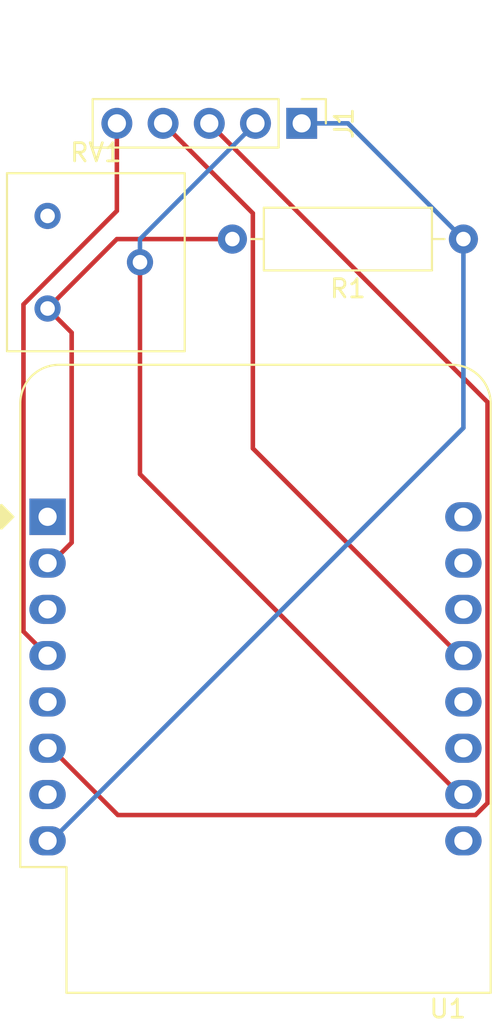
<source format=kicad_pcb>
(kicad_pcb (version 20171130) (host pcbnew 5.1.4-e60b266~84~ubuntu18.04.1)

  (general
    (thickness 1.6)
    (drawings 0)
    (tracks 33)
    (zones 0)
    (modules 4)
    (nets 18)
  )

  (page A4)
  (layers
    (0 F.Cu signal)
    (31 B.Cu signal)
    (32 B.Adhes user)
    (33 F.Adhes user)
    (34 B.Paste user)
    (35 F.Paste user)
    (36 B.SilkS user)
    (37 F.SilkS user)
    (38 B.Mask user)
    (39 F.Mask user)
    (40 Dwgs.User user)
    (41 Cmts.User user)
    (42 Eco1.User user)
    (43 Eco2.User user)
    (44 Edge.Cuts user)
    (45 Margin user)
    (46 B.CrtYd user)
    (47 F.CrtYd user)
    (48 B.Fab user)
    (49 F.Fab user)
  )

  (setup
    (last_trace_width 0.25)
    (trace_clearance 0.2)
    (zone_clearance 0.508)
    (zone_45_only no)
    (trace_min 0.2)
    (via_size 0.8)
    (via_drill 0.4)
    (via_min_size 0.4)
    (via_min_drill 0.3)
    (uvia_size 0.3)
    (uvia_drill 0.1)
    (uvias_allowed no)
    (uvia_min_size 0.2)
    (uvia_min_drill 0.1)
    (edge_width 0.05)
    (segment_width 0.2)
    (pcb_text_width 0.3)
    (pcb_text_size 1.5 1.5)
    (mod_edge_width 0.12)
    (mod_text_size 1 1)
    (mod_text_width 0.15)
    (pad_size 1.524 1.524)
    (pad_drill 0.762)
    (pad_to_mask_clearance 0.051)
    (solder_mask_min_width 0.25)
    (aux_axis_origin 0 0)
    (visible_elements FFFFFF7F)
    (pcbplotparams
      (layerselection 0x010fc_ffffffff)
      (usegerberextensions false)
      (usegerberattributes false)
      (usegerberadvancedattributes false)
      (creategerberjobfile false)
      (excludeedgelayer true)
      (linewidth 0.100000)
      (plotframeref false)
      (viasonmask false)
      (mode 1)
      (useauxorigin false)
      (hpglpennumber 1)
      (hpglpenspeed 20)
      (hpglpendiameter 15.000000)
      (psnegative false)
      (psa4output false)
      (plotreference true)
      (plotvalue true)
      (plotinvisibletext false)
      (padsonsilk false)
      (subtractmaskfromsilk false)
      (outputformat 1)
      (mirror false)
      (drillshape 1)
      (scaleselection 1)
      (outputdirectory ""))
  )

  (net 0 "")
  (net 1 CLK)
  (net 2 CS)
  (net 3 DIN)
  (net 4 GND)
  (net 5 VCC)
  (net 6 "Net-(R1-Pad2)")
  (net 7 "Net-(RV1-Pad3)")
  (net 8 "Net-(U1-Pad16)")
  (net 9 "Net-(U1-Pad15)")
  (net 10 "Net-(U1-Pad14)")
  (net 11 "Net-(U1-Pad12)")
  (net 12 "Net-(U1-Pad11)")
  (net 13 +5V)
  (net 14 "Net-(U1-Pad7)")
  (net 15 "Net-(U1-Pad5)")
  (net 16 "Net-(U1-Pad3)")
  (net 17 "Net-(U1-Pad1)")

  (net_class Default "This is the default net class."
    (clearance 0.2)
    (trace_width 0.25)
    (via_dia 0.8)
    (via_drill 0.4)
    (uvia_dia 0.3)
    (uvia_drill 0.1)
    (add_net +5V)
    (add_net CLK)
    (add_net CS)
    (add_net DIN)
    (add_net GND)
    (add_net "Net-(R1-Pad2)")
    (add_net "Net-(RV1-Pad3)")
    (add_net "Net-(U1-Pad1)")
    (add_net "Net-(U1-Pad11)")
    (add_net "Net-(U1-Pad12)")
    (add_net "Net-(U1-Pad14)")
    (add_net "Net-(U1-Pad15)")
    (add_net "Net-(U1-Pad16)")
    (add_net "Net-(U1-Pad3)")
    (add_net "Net-(U1-Pad5)")
    (add_net "Net-(U1-Pad7)")
    (add_net VCC)
  )

  (module Connector_PinHeader_2.54mm:PinHeader_1x05_P2.54mm_Vertical (layer F.Cu) (tedit 59FED5CC) (tstamp 5E5BD3C3)
    (at 45.72 20.32 270)
    (descr "Through hole straight pin header, 1x05, 2.54mm pitch, single row")
    (tags "Through hole pin header THT 1x05 2.54mm single row")
    (path /5E5C3F72)
    (fp_text reference J1 (at 0 -2.33 90) (layer F.SilkS)
      (effects (font (size 1 1) (thickness 0.15)))
    )
    (fp_text value Conn_01x05_Male (at 0 12.49 90) (layer F.Fab)
      (effects (font (size 1 1) (thickness 0.15)))
    )
    (fp_text user %R (at 0 5.08) (layer F.Fab)
      (effects (font (size 1 1) (thickness 0.15)))
    )
    (fp_line (start 1.8 -1.8) (end -1.8 -1.8) (layer F.CrtYd) (width 0.05))
    (fp_line (start 1.8 11.95) (end 1.8 -1.8) (layer F.CrtYd) (width 0.05))
    (fp_line (start -1.8 11.95) (end 1.8 11.95) (layer F.CrtYd) (width 0.05))
    (fp_line (start -1.8 -1.8) (end -1.8 11.95) (layer F.CrtYd) (width 0.05))
    (fp_line (start -1.33 -1.33) (end 0 -1.33) (layer F.SilkS) (width 0.12))
    (fp_line (start -1.33 0) (end -1.33 -1.33) (layer F.SilkS) (width 0.12))
    (fp_line (start -1.33 1.27) (end 1.33 1.27) (layer F.SilkS) (width 0.12))
    (fp_line (start 1.33 1.27) (end 1.33 11.49) (layer F.SilkS) (width 0.12))
    (fp_line (start -1.33 1.27) (end -1.33 11.49) (layer F.SilkS) (width 0.12))
    (fp_line (start -1.33 11.49) (end 1.33 11.49) (layer F.SilkS) (width 0.12))
    (fp_line (start -1.27 -0.635) (end -0.635 -1.27) (layer F.Fab) (width 0.1))
    (fp_line (start -1.27 11.43) (end -1.27 -0.635) (layer F.Fab) (width 0.1))
    (fp_line (start 1.27 11.43) (end -1.27 11.43) (layer F.Fab) (width 0.1))
    (fp_line (start 1.27 -1.27) (end 1.27 11.43) (layer F.Fab) (width 0.1))
    (fp_line (start -0.635 -1.27) (end 1.27 -1.27) (layer F.Fab) (width 0.1))
    (pad 5 thru_hole oval (at 0 10.16 270) (size 1.7 1.7) (drill 1) (layers *.Cu *.Mask)
      (net 1 CLK))
    (pad 4 thru_hole oval (at 0 7.62 270) (size 1.7 1.7) (drill 1) (layers *.Cu *.Mask)
      (net 2 CS))
    (pad 3 thru_hole oval (at 0 5.08 270) (size 1.7 1.7) (drill 1) (layers *.Cu *.Mask)
      (net 3 DIN))
    (pad 2 thru_hole oval (at 0 2.54 270) (size 1.7 1.7) (drill 1) (layers *.Cu *.Mask)
      (net 4 GND))
    (pad 1 thru_hole rect (at 0 0 270) (size 1.7 1.7) (drill 1) (layers *.Cu *.Mask)
      (net 5 VCC))
    (model ${KISYS3DMOD}/Connector_PinHeader_2.54mm.3dshapes/PinHeader_1x05_P2.54mm_Vertical.wrl
      (at (xyz 0 0 0))
      (scale (xyz 1 1 1))
      (rotate (xyz 0 0 0))
    )
  )

  (module Module:WEMOS_D1_mini_light (layer F.Cu) (tedit 5BBFB1CE) (tstamp 5E5BD434)
    (at 31.75 41.91)
    (descr "16-pin module, column spacing 22.86 mm (900 mils), https://wiki.wemos.cc/products:d1:d1_mini, https://c1.staticflickr.com/1/734/31400410271_f278b087db_z.jpg")
    (tags "ESP8266 WiFi microcontroller")
    (path /5E5B9740)
    (fp_text reference U1 (at 22 27) (layer F.SilkS)
      (effects (font (size 1 1) (thickness 0.15)))
    )
    (fp_text value WeMos_D1_mini (at 11.7 0) (layer F.Fab)
      (effects (font (size 1 1) (thickness 0.15)))
    )
    (fp_text user "No copper" (at 11.43 -3.81) (layer Cmts.User)
      (effects (font (size 1 1) (thickness 0.15)))
    )
    (fp_text user "KEEP OUT" (at 11.43 -6.35) (layer Cmts.User)
      (effects (font (size 1 1) (thickness 0.15)))
    )
    (fp_arc (start 22.23 -6.21) (end 24.36 -6.21) (angle -90) (layer F.SilkS) (width 0.12))
    (fp_arc (start 0.63 -6.21) (end 0.63 -8.34) (angle -90) (layer F.SilkS) (width 0.12))
    (fp_line (start 1.04 19.22) (end 1.04 26.12) (layer F.SilkS) (width 0.12))
    (fp_line (start -1.5 19.22) (end 1.04 19.22) (layer F.SilkS) (width 0.12))
    (fp_arc (start 22.23 -6.21) (end 24.23 -6.19) (angle -90) (layer F.Fab) (width 0.1))
    (fp_arc (start 0.63 -6.21) (end 0.63 -8.21) (angle -90) (layer F.Fab) (width 0.1))
    (fp_line (start -0.37 0) (end -1.37 -1) (layer F.Fab) (width 0.1))
    (fp_line (start -1.37 1) (end -0.37 0) (layer F.Fab) (width 0.1))
    (fp_line (start -1.37 -6.21) (end -1.37 -1) (layer F.Fab) (width 0.1))
    (fp_line (start 1.17 19.09) (end 1.17 25.99) (layer F.Fab) (width 0.1))
    (fp_line (start -1.37 19.09) (end 1.17 19.09) (layer F.Fab) (width 0.1))
    (fp_line (start -1.35 -7.4) (end -0.55 -8.2) (layer Dwgs.User) (width 0.1))
    (fp_line (start -1.3 -5.45) (end 1.45 -8.2) (layer Dwgs.User) (width 0.1))
    (fp_line (start -1.35 -3.4) (end 3.45 -8.2) (layer Dwgs.User) (width 0.1))
    (fp_line (start 22.65 -1.4) (end 24.25 -3) (layer Dwgs.User) (width 0.1))
    (fp_line (start 20.65 -1.4) (end 24.25 -5) (layer Dwgs.User) (width 0.1))
    (fp_line (start 18.65 -1.4) (end 24.25 -7) (layer Dwgs.User) (width 0.1))
    (fp_line (start 16.65 -1.4) (end 23.45 -8.2) (layer Dwgs.User) (width 0.1))
    (fp_line (start 14.65 -1.4) (end 21.45 -8.2) (layer Dwgs.User) (width 0.1))
    (fp_line (start 12.65 -1.4) (end 19.45 -8.2) (layer Dwgs.User) (width 0.1))
    (fp_line (start 10.65 -1.4) (end 17.45 -8.2) (layer Dwgs.User) (width 0.1))
    (fp_line (start 8.65 -1.4) (end 15.45 -8.2) (layer Dwgs.User) (width 0.1))
    (fp_line (start 6.65 -1.4) (end 13.45 -8.2) (layer Dwgs.User) (width 0.1))
    (fp_line (start 4.65 -1.4) (end 11.45 -8.2) (layer Dwgs.User) (width 0.1))
    (fp_line (start 2.65 -1.4) (end 9.45 -8.2) (layer Dwgs.User) (width 0.1))
    (fp_line (start 0.65 -1.4) (end 7.45 -8.2) (layer Dwgs.User) (width 0.1))
    (fp_line (start -1.35 -1.4) (end 5.45 -8.2) (layer Dwgs.User) (width 0.1))
    (fp_line (start -1.35 -8.2) (end -1.35 -1.4) (layer Dwgs.User) (width 0.1))
    (fp_line (start 24.25 -8.2) (end -1.35 -8.2) (layer Dwgs.User) (width 0.1))
    (fp_line (start 24.25 -1.4) (end 24.25 -8.2) (layer Dwgs.User) (width 0.1))
    (fp_line (start -1.35 -1.4) (end 24.25 -1.4) (layer Dwgs.User) (width 0.1))
    (fp_poly (pts (xy -2.54 -0.635) (xy -2.54 0.635) (xy -1.905 0)) (layer F.SilkS) (width 0.15))
    (fp_line (start -1.62 26.24) (end -1.62 -8.46) (layer F.CrtYd) (width 0.05))
    (fp_line (start 24.48 26.24) (end -1.62 26.24) (layer F.CrtYd) (width 0.05))
    (fp_line (start 24.48 -8.41) (end 24.48 26.24) (layer F.CrtYd) (width 0.05))
    (fp_line (start -1.62 -8.46) (end 24.48 -8.46) (layer F.CrtYd) (width 0.05))
    (fp_text user %R (at 11.43 10) (layer F.Fab)
      (effects (font (size 1 1) (thickness 0.15)))
    )
    (fp_line (start -1.37 1) (end -1.37 19.09) (layer F.Fab) (width 0.1))
    (fp_line (start 22.23 -8.21) (end 0.63 -8.21) (layer F.Fab) (width 0.1))
    (fp_line (start 24.23 25.99) (end 24.23 -6.21) (layer F.Fab) (width 0.1))
    (fp_line (start 1.17 25.99) (end 24.23 25.99) (layer F.Fab) (width 0.1))
    (fp_line (start 22.24 -8.34) (end 0.63 -8.34) (layer F.SilkS) (width 0.12))
    (fp_line (start 24.36 26.12) (end 24.36 -6.21) (layer F.SilkS) (width 0.12))
    (fp_line (start -1.5 19.22) (end -1.5 -6.21) (layer F.SilkS) (width 0.12))
    (fp_line (start 1.04 26.12) (end 24.36 26.12) (layer F.SilkS) (width 0.12))
    (pad 16 thru_hole oval (at 22.86 0) (size 2 1.6) (drill 1) (layers *.Cu *.Mask)
      (net 8 "Net-(U1-Pad16)"))
    (pad 15 thru_hole oval (at 22.86 2.54) (size 2 1.6) (drill 1) (layers *.Cu *.Mask)
      (net 9 "Net-(U1-Pad15)"))
    (pad 14 thru_hole oval (at 22.86 5.08) (size 2 1.6) (drill 1) (layers *.Cu *.Mask)
      (net 10 "Net-(U1-Pad14)"))
    (pad 13 thru_hole oval (at 22.86 7.62) (size 2 1.6) (drill 1) (layers *.Cu *.Mask)
      (net 2 CS))
    (pad 12 thru_hole oval (at 22.86 10.16) (size 2 1.6) (drill 1) (layers *.Cu *.Mask)
      (net 11 "Net-(U1-Pad12)"))
    (pad 11 thru_hole oval (at 22.86 12.7) (size 2 1.6) (drill 1) (layers *.Cu *.Mask)
      (net 12 "Net-(U1-Pad11)"))
    (pad 10 thru_hole oval (at 22.86 15.24) (size 2 1.6) (drill 1) (layers *.Cu *.Mask)
      (net 4 GND))
    (pad 9 thru_hole oval (at 22.86 17.78) (size 2 1.6) (drill 1) (layers *.Cu *.Mask)
      (net 13 +5V))
    (pad 8 thru_hole oval (at 0 17.78) (size 2 1.6) (drill 1) (layers *.Cu *.Mask)
      (net 5 VCC))
    (pad 7 thru_hole oval (at 0 15.24) (size 2 1.6) (drill 1) (layers *.Cu *.Mask)
      (net 14 "Net-(U1-Pad7)"))
    (pad 6 thru_hole oval (at 0 12.7) (size 2 1.6) (drill 1) (layers *.Cu *.Mask)
      (net 3 DIN))
    (pad 5 thru_hole oval (at 0 10.16) (size 2 1.6) (drill 1) (layers *.Cu *.Mask)
      (net 15 "Net-(U1-Pad5)"))
    (pad 4 thru_hole oval (at 0 7.62) (size 2 1.6) (drill 1) (layers *.Cu *.Mask)
      (net 1 CLK))
    (pad 3 thru_hole oval (at 0 5.08) (size 2 1.6) (drill 1) (layers *.Cu *.Mask)
      (net 16 "Net-(U1-Pad3)"))
    (pad 1 thru_hole rect (at 0 0) (size 2 2) (drill 1) (layers *.Cu *.Mask)
      (net 17 "Net-(U1-Pad1)"))
    (pad 2 thru_hole oval (at 0 2.54) (size 2 1.6) (drill 1) (layers *.Cu *.Mask)
      (net 6 "Net-(R1-Pad2)"))
    (model ${KISYS3DMOD}/Module.3dshapes/WEMOS_D1_mini_light.wrl
      (at (xyz 0 0 0))
      (scale (xyz 1 1 1))
      (rotate (xyz 0 0 0))
    )
    (model ${KISYS3DMOD}/Connector_PinHeader_2.54mm.3dshapes/PinHeader_1x08_P2.54mm_Vertical.wrl
      (offset (xyz 0 0 9.5))
      (scale (xyz 1 1 1))
      (rotate (xyz 0 -180 0))
    )
    (model ${KISYS3DMOD}/Connector_PinHeader_2.54mm.3dshapes/PinHeader_1x08_P2.54mm_Vertical.wrl
      (offset (xyz 22.86 0 9.5))
      (scale (xyz 1 1 1))
      (rotate (xyz 0 -180 0))
    )
    (model ${KISYS3DMOD}/Connector_PinSocket_2.54mm.3dshapes/PinSocket_1x08_P2.54mm_Vertical.wrl
      (at (xyz 0 0 0))
      (scale (xyz 1 1 1))
      (rotate (xyz 0 0 0))
    )
    (model ${KISYS3DMOD}/Connector_PinSocket_2.54mm.3dshapes/PinSocket_1x08_P2.54mm_Vertical.wrl
      (offset (xyz 22.86 0 0))
      (scale (xyz 1 1 1))
      (rotate (xyz 0 0 0))
    )
  )

  (module Potentiometer_THT:Potentiometer_Bourns_3386F_Vertical (layer F.Cu) (tedit 5AA07388) (tstamp 5E5BD3F1)
    (at 31.75 30.48)
    (descr "Potentiometer, vertical, Bourns 3386F, https://www.bourns.com/pdfs/3386.pdf")
    (tags "Potentiometer vertical Bourns 3386F")
    (path /5E5BB8E9)
    (fp_text reference RV1 (at 2.655 -8.555) (layer F.SilkS)
      (effects (font (size 1 1) (thickness 0.15)))
    )
    (fp_text value R_POT_TRIM (at 2.655 3.475) (layer F.Fab)
      (effects (font (size 1 1) (thickness 0.15)))
    )
    (fp_text user %R (at -1.11 -2.54 90) (layer F.Fab)
      (effects (font (size 1 1) (thickness 0.15)))
    )
    (fp_line (start 7.67 -7.56) (end -2.36 -7.56) (layer F.CrtYd) (width 0.05))
    (fp_line (start 7.67 2.48) (end 7.67 -7.56) (layer F.CrtYd) (width 0.05))
    (fp_line (start -2.36 2.48) (end 7.67 2.48) (layer F.CrtYd) (width 0.05))
    (fp_line (start -2.36 -7.56) (end -2.36 2.48) (layer F.CrtYd) (width 0.05))
    (fp_line (start 7.54 -7.425) (end 7.54 2.345) (layer F.SilkS) (width 0.12))
    (fp_line (start -2.23 -7.425) (end -2.23 2.345) (layer F.SilkS) (width 0.12))
    (fp_line (start -2.23 2.345) (end 7.54 2.345) (layer F.SilkS) (width 0.12))
    (fp_line (start -2.23 -7.425) (end 7.54 -7.425) (layer F.SilkS) (width 0.12))
    (fp_line (start 1.781 -0.98) (end 1.781 -4.099) (layer F.Fab) (width 0.1))
    (fp_line (start 1.781 -0.98) (end 1.781 -4.099) (layer F.Fab) (width 0.1))
    (fp_line (start 7.42 -7.305) (end -2.11 -7.305) (layer F.Fab) (width 0.1))
    (fp_line (start 7.42 2.225) (end 7.42 -7.305) (layer F.Fab) (width 0.1))
    (fp_line (start -2.11 2.225) (end 7.42 2.225) (layer F.Fab) (width 0.1))
    (fp_line (start -2.11 -7.305) (end -2.11 2.225) (layer F.Fab) (width 0.1))
    (fp_circle (center 1.781 -2.54) (end 3.356 -2.54) (layer F.Fab) (width 0.1))
    (pad 1 thru_hole circle (at 0 0) (size 1.44 1.44) (drill 0.8) (layers *.Cu *.Mask)
      (net 6 "Net-(R1-Pad2)"))
    (pad 2 thru_hole circle (at 5.08 -2.54) (size 1.44 1.44) (drill 0.8) (layers *.Cu *.Mask)
      (net 4 GND))
    (pad 3 thru_hole circle (at 0 -5.08) (size 1.44 1.44) (drill 0.8) (layers *.Cu *.Mask)
      (net 7 "Net-(RV1-Pad3)"))
    (model ${KISYS3DMOD}/Potentiometer_THT.3dshapes/Potentiometer_Bourns_3386F_Vertical.wrl
      (at (xyz 0 0 0))
      (scale (xyz 1 1 1))
      (rotate (xyz 0 0 0))
    )
  )

  (module Resistor_THT:R_Axial_DIN0309_L9.0mm_D3.2mm_P12.70mm_Horizontal (layer F.Cu) (tedit 5AE5139B) (tstamp 5E5BD3DA)
    (at 54.61 26.67 180)
    (descr "Resistor, Axial_DIN0309 series, Axial, Horizontal, pin pitch=12.7mm, 0.5W = 1/2W, length*diameter=9*3.2mm^2, http://cdn-reichelt.de/documents/datenblatt/B400/1_4W%23YAG.pdf")
    (tags "Resistor Axial_DIN0309 series Axial Horizontal pin pitch 12.7mm 0.5W = 1/2W length 9mm diameter 3.2mm")
    (path /5E5BAC15)
    (fp_text reference R1 (at 6.35 -2.72) (layer F.SilkS)
      (effects (font (size 1 1) (thickness 0.15)))
    )
    (fp_text value R_PHOTO (at 6.35 2.72) (layer F.Fab)
      (effects (font (size 1 1) (thickness 0.15)))
    )
    (fp_text user %R (at 6.35 0) (layer F.Fab)
      (effects (font (size 1 1) (thickness 0.15)))
    )
    (fp_line (start 13.75 -1.85) (end -1.05 -1.85) (layer F.CrtYd) (width 0.05))
    (fp_line (start 13.75 1.85) (end 13.75 -1.85) (layer F.CrtYd) (width 0.05))
    (fp_line (start -1.05 1.85) (end 13.75 1.85) (layer F.CrtYd) (width 0.05))
    (fp_line (start -1.05 -1.85) (end -1.05 1.85) (layer F.CrtYd) (width 0.05))
    (fp_line (start 11.66 0) (end 10.97 0) (layer F.SilkS) (width 0.12))
    (fp_line (start 1.04 0) (end 1.73 0) (layer F.SilkS) (width 0.12))
    (fp_line (start 10.97 -1.72) (end 1.73 -1.72) (layer F.SilkS) (width 0.12))
    (fp_line (start 10.97 1.72) (end 10.97 -1.72) (layer F.SilkS) (width 0.12))
    (fp_line (start 1.73 1.72) (end 10.97 1.72) (layer F.SilkS) (width 0.12))
    (fp_line (start 1.73 -1.72) (end 1.73 1.72) (layer F.SilkS) (width 0.12))
    (fp_line (start 12.7 0) (end 10.85 0) (layer F.Fab) (width 0.1))
    (fp_line (start 0 0) (end 1.85 0) (layer F.Fab) (width 0.1))
    (fp_line (start 10.85 -1.6) (end 1.85 -1.6) (layer F.Fab) (width 0.1))
    (fp_line (start 10.85 1.6) (end 10.85 -1.6) (layer F.Fab) (width 0.1))
    (fp_line (start 1.85 1.6) (end 10.85 1.6) (layer F.Fab) (width 0.1))
    (fp_line (start 1.85 -1.6) (end 1.85 1.6) (layer F.Fab) (width 0.1))
    (pad 2 thru_hole oval (at 12.7 0 180) (size 1.6 1.6) (drill 0.8) (layers *.Cu *.Mask)
      (net 6 "Net-(R1-Pad2)"))
    (pad 1 thru_hole circle (at 0 0 180) (size 1.6 1.6) (drill 0.8) (layers *.Cu *.Mask)
      (net 5 VCC))
    (model ${KISYS3DMOD}/Resistor_THT.3dshapes/R_Axial_DIN0309_L9.0mm_D3.2mm_P12.70mm_Horizontal.wrl
      (at (xyz 0 0 0))
      (scale (xyz 1 1 1))
      (rotate (xyz 0 0 0))
    )
  )

  (segment (start 30.42499 48.20499) (end 31.75 49.53) (width 0.25) (layer F.Cu) (net 1))
  (segment (start 35.56 20.32) (end 35.56 25.123398) (width 0.25) (layer F.Cu) (net 1))
  (segment (start 30.42499 30.258408) (end 30.42499 48.20499) (width 0.25) (layer F.Cu) (net 1))
  (segment (start 35.56 25.123398) (end 30.42499 30.258408) (width 0.25) (layer F.Cu) (net 1))
  (segment (start 38.949999 21.169999) (end 38.1 20.32) (width 0.25) (layer F.Cu) (net 2))
  (segment (start 43.035001 25.255001) (end 38.949999 21.169999) (width 0.25) (layer F.Cu) (net 2))
  (segment (start 43.035001 38.155001) (end 43.035001 25.255001) (width 0.25) (layer F.Cu) (net 2))
  (segment (start 54.41 49.53) (end 43.035001 38.155001) (width 0.25) (layer F.Cu) (net 2))
  (segment (start 54.61 49.53) (end 54.41 49.53) (width 0.25) (layer F.Cu) (net 2))
  (segment (start 55.275994 58.27501) (end 35.61501 58.27501) (width 0.25) (layer F.Cu) (net 3))
  (segment (start 31.95 54.61) (end 31.75 54.61) (width 0.25) (layer F.Cu) (net 3))
  (segment (start 55.93501 57.615994) (end 55.275994 58.27501) (width 0.25) (layer F.Cu) (net 3))
  (segment (start 55.93501 35.61501) (end 55.93501 57.615994) (width 0.25) (layer F.Cu) (net 3))
  (segment (start 35.61501 58.27501) (end 31.95 54.61) (width 0.25) (layer F.Cu) (net 3))
  (segment (start 40.64 20.32) (end 55.93501 35.61501) (width 0.25) (layer F.Cu) (net 3))
  (segment (start 36.83 28.958233) (end 36.83 27.94) (width 0.25) (layer F.Cu) (net 4))
  (segment (start 36.83 39.57) (end 36.83 28.958233) (width 0.25) (layer F.Cu) (net 4))
  (segment (start 54.41 57.15) (end 36.83 39.57) (width 0.25) (layer F.Cu) (net 4))
  (segment (start 54.61 57.15) (end 54.41 57.15) (width 0.25) (layer F.Cu) (net 4))
  (segment (start 36.83 26.67) (end 43.18 20.32) (width 0.25) (layer B.Cu) (net 4))
  (segment (start 36.83 27.94) (end 36.83 26.67) (width 0.25) (layer B.Cu) (net 4))
  (segment (start 48.26 20.32) (end 54.61 26.67) (width 0.25) (layer B.Cu) (net 5))
  (segment (start 45.72 20.32) (end 48.26 20.32) (width 0.25) (layer B.Cu) (net 5))
  (segment (start 31.95 59.69) (end 31.75 59.69) (width 0.25) (layer B.Cu) (net 5))
  (segment (start 54.61 37.03) (end 31.95 59.69) (width 0.25) (layer B.Cu) (net 5))
  (segment (start 54.61 26.67) (end 54.61 37.03) (width 0.25) (layer B.Cu) (net 5))
  (segment (start 32.469999 31.199999) (end 31.75 30.48) (width 0.25) (layer F.Cu) (net 6))
  (segment (start 33.075001 31.805001) (end 32.469999 31.199999) (width 0.25) (layer F.Cu) (net 6))
  (segment (start 33.075001 43.324999) (end 33.075001 31.805001) (width 0.25) (layer F.Cu) (net 6))
  (segment (start 31.95 44.45) (end 33.075001 43.324999) (width 0.25) (layer F.Cu) (net 6))
  (segment (start 31.75 44.45) (end 31.95 44.45) (width 0.25) (layer F.Cu) (net 6))
  (segment (start 35.56 26.67) (end 41.91 26.67) (width 0.25) (layer F.Cu) (net 6))
  (segment (start 31.75 30.48) (end 35.56 26.67) (width 0.25) (layer F.Cu) (net 6))

)

</source>
